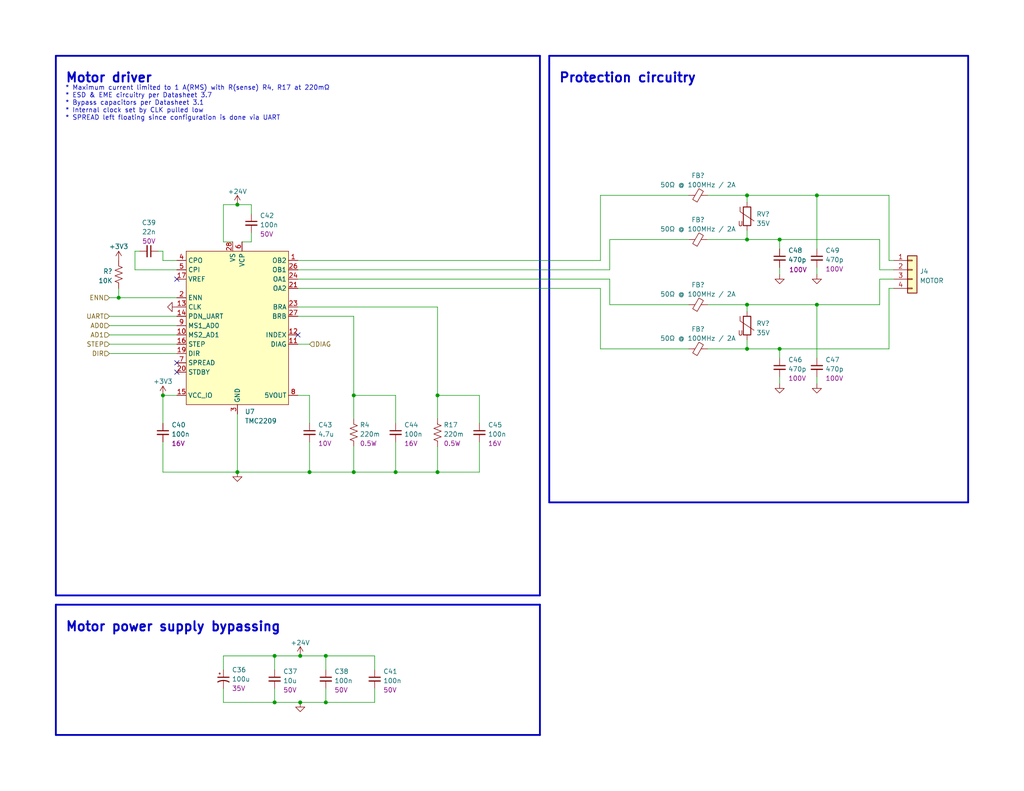
<source format=kicad_sch>
(kicad_sch (version 20211123) (generator eeschema)
  (paper "USLetter")
  (title_block (title "Candela Head") (date "2022-07-27") (rev "v1") (company "Winterbloom") (comment 1 "Alethea Flowers") (comment 2 "CERN-OHL-P V2"))
  (lib_symbols
    (symbol "Connector_Generic:Conn_01x04" (pin_names (offset 1.016) hide)
      (property "Reference" "J" (at 0 5.08 0))
      (property "Value" "Conn_01x04" (at 0 -7.62 0))
      (symbol "Conn_01x04_1_1"
        (rectangle (start -1.27 -4.953) (end 0 -5.207) (stroke (width 0.1524)))
        (rectangle (start -1.27 -2.413) (end 0 -2.667) (stroke (width 0.1524)))
        (rectangle (start -1.27 0.127) (end 0 -0.127) (stroke (width 0.1524)))
        (rectangle (start -1.27 2.667) (end 0 2.413) (stroke (width 0.1524)))
        (rectangle (start -1.27 3.81) (end 1.27 -6.35) (stroke (width 0.254)) (fill (type background)))
        (pin passive line (at -5.08 2.54 0) (length 3.81) (name "Pin_1") (number "1"))
        (pin passive line (at -5.08 0 0) (length 3.81) (name "Pin_2") (number "2"))
        (pin passive line (at -5.08 -2.54 0) (length 3.81) (name "Pin_3") (number "3"))
        (pin passive line (at -5.08 -5.08 0) (length 3.81) (name "Pin_4") (number "4"))
      )
    )
    (symbol "Device:C_Polarized_Small_US" (pin_numbers hide) (pin_names (offset 0.254) hide)
      (property "Reference" "C" (at 0.254 1.778 0))
      (property "Value" "C_Polarized_Small_US" (at 0.254 -2.032 0))
      (symbol "C_Polarized_Small_US_0_1"
        (polyline (pts (xy -1.524 0.508) (xy 1.524 0.508)) (stroke (width 0.3048)))
        (polyline (pts (xy -1.27 1.524) (xy -0.762 1.524)))
        (polyline (pts (xy -1.016 1.27) (xy -1.016 1.778)))
        (arc (start 1.524 -0.762) (mid 0 -0.3734) (end -1.524 -0.762) (stroke (width 0.3048)))
      )
      (symbol "C_Polarized_Small_US_1_1"
        (pin passive line (at 0 2.54 270) (length 2.032) (name "~") (number "1"))
        (pin passive line (at 0 -2.54 90) (length 2.032) (name "~") (number "2"))
      )
    )
    (symbol "Device:C_Small" (pin_numbers hide) (pin_names (offset 0.254) hide)
      (property "Reference" "C" (at 0.254 1.778 0))
      (property "Value" "C_Small" (at 0.254 -2.032 0))
      (symbol "C_Small_0_1"
        (polyline (pts (xy -1.524 -0.508) (xy 1.524 -0.508)) (stroke (width 0.3302)))
        (polyline (pts (xy -1.524 0.508) (xy 1.524 0.508)) (stroke (width 0.3048)))
      )
      (symbol "C_Small_1_1"
        (pin passive line (at 0 2.54 270) (length 2.032) (name "~") (number "1"))
        (pin passive line (at 0 -2.54 90) (length 2.032) (name "~") (number "2"))
      )
    )
    (symbol "Device:FerriteBead_Small" (pin_numbers hide) (pin_names (offset 0))
      (property "Reference" "FB" (at 1.905 1.27 0))
      (property "Value" "FerriteBead_Small" (at 1.905 -1.27 0))
      (symbol "FerriteBead_Small_0_1"
        (polyline (pts (xy 0 -1.27) (xy 0 -0.7874)))
        (polyline (pts (xy 0 0.889) (xy 0 1.2954)))
        (polyline (pts (xy -1.8288 0.2794) (xy -1.1176 1.4986) (xy 1.8288 -0.2032) (xy 1.1176 -1.4224) (xy -1.8288 0.2794)))
      )
      (symbol "FerriteBead_Small_1_1"
        (pin passive line (at 0 2.54 270) (length 1.27) (name "~") (number "1"))
        (pin passive line (at 0 -2.54 90) (length 1.27) (name "~") (number "2"))
      )
    )
    (symbol "Device:R_US" (pin_numbers hide) (pin_names (offset 0))
      (property "Reference" "R" (at 2.54 0 90))
      (property "Value" "R_US" (at -2.54 0 90))
      (symbol "R_US_0_1"
        (polyline (pts (xy 0 -2.286) (xy 0 -2.54)))
        (polyline (pts (xy 0 2.286) (xy 0 2.54)))
        (polyline (pts (xy 0 -0.762) (xy 1.016 -1.143) (xy 0 -1.524) (xy -1.016 -1.905) (xy 0 -2.286)))
        (polyline (pts (xy 0 0.762) (xy 1.016 0.381) (xy 0 0) (xy -1.016 -0.381) (xy 0 -0.762)))
        (polyline (pts (xy 0 2.286) (xy 1.016 1.905) (xy 0 1.524) (xy -1.016 1.143) (xy 0 0.762)))
      )
      (symbol "R_US_1_1"
        (pin passive line (at 0 3.81 270) (length 1.27) (name "~") (number "1"))
        (pin passive line (at 0 -3.81 90) (length 1.27) (name "~") (number "2"))
      )
    )
    (symbol "Device:Varistor" (pin_numbers hide) (pin_names (offset 0))
      (property "Reference" "RV" (at 3.175 0 90))
      (property "Value" "Varistor" (at -3.175 0 90))
      (symbol "Varistor_0_0"
        (text "U" (at -1.778 -2.032 0) (effects (font (size 1.27 1.27))))
      )
      (symbol "Varistor_0_1"
        (rectangle (start -1.016 -2.54) (end 1.016 2.54) (stroke (width 0.254)))
        (polyline (pts (xy -1.905 2.54) (xy -1.905 1.27) (xy 1.905 -1.27)))
      )
      (symbol "Varistor_1_1"
        (pin passive line (at 0 3.81 270) (length 1.27) (name "~") (number "1"))
        (pin passive line (at 0 -3.81 90) (length 1.27) (name "~") (number "2"))
      )
    )
    (symbol "TMC2209_1"
      (property "Reference" "U8" (at 2.0194 -22.86 0))
      (property "Value" "TMC2209" (at 2.0194 -25.4 0))
      (symbol "TMC2209_1_0_0"
        (pin output line (at 16.51 19.05 180) (length 2.54) (name "OB2") (number "1"))
        (pin input line (at -16.51 -1.27 0) (length 2.54) (name "MS2_AD1") (number "10"))
        (pin output line (at 16.51 -3.81 180) (length 2.54) (name "DIAG") (number "11"))
        (pin output line (at 16.51 -1.27 180) (length 2.54) (name "INDEX") (number "12"))
        (pin input line (at -16.51 6.35 0) (length 2.54) (name "CLK") (number "13"))
        (pin bidirectional line (at -16.51 3.81 0) (length 2.54) (name "PDN_UART") (number "14"))
        (pin power_in line (at -16.51 -17.78 0) (length 2.54) (name "VCC_IO") (number "15"))
        (pin input line (at -16.51 -3.81 0) (length 2.54) (name "STEP") (number "16"))
        (pin input line (at -16.51 13.97 0) (length 2.54) (name "VREF") (number "17"))
        (pin power_in line (at 0 -22.86 90) (length 2.54) hide (name "GND") (number "18"))
        (pin input line (at -16.51 -6.35 0) (length 2.54) (name "DIR") (number "19"))
        (pin input line (at -16.51 8.89 0) (length 2.54) (name "ENN") (number "2"))
        (pin input line (at -16.51 -11.43 0) (length 2.54) (name "STDBY") (number "20"))
        (pin output line (at 16.51 11.43 180) (length 2.54) (name "OA2") (number "21"))
        (pin power_in line (at -1.27 24.13 270) (length 2.54) hide (name "VS") (number "22"))
        (pin passive line (at 16.51 6.35 180) (length 2.54) (name "BRA") (number "23"))
        (pin output line (at 16.51 13.97 180) (length 2.54) (name "OA1") (number "24"))
        (pin power_in line (at 0 -22.86 90) (length 2.54) hide (name "GND") (number "25"))
        (pin output line (at 16.51 16.51 180) (length 2.54) (name "OB1") (number "26"))
        (pin passive line (at 16.51 3.81 180) (length 2.54) (name "BRB") (number "27"))
        (pin power_in line (at -1.27 24.13 270) (length 2.54) (name "VS") (number "28"))
        (pin power_in line (at 0 -22.86 90) (length 2.54) hide (name "PAD") (number "29"))
        (pin power_in line (at 0 -22.86 90) (length 2.54) (name "GND") (number "3"))
        (pin passive line (at -16.51 19.05 0) (length 2.54) (name "CPO") (number "4"))
        (pin passive line (at -16.51 16.51 0) (length 2.54) (name "CPI") (number "5"))
        (pin passive line (at 1.27 24.13 270) (length 2.54) (name "VCP") (number "6"))
        (pin passive line (at -16.51 -8.89 0) (length 2.54) (name "SPREAD") (number "7"))
        (pin power_out line (at 16.51 -17.78 180) (length 2.54) (name "5VOUT") (number "8"))
        (pin input line (at -16.51 1.27 0) (length 2.54) (name "MS1_AD0") (number "9"))
      )
      (symbol "TMC2209_1_0_1"
        (rectangle (start -13.97 21.59) (end 13.97 -20.32) (fill (type background)))
      )
    )
    (symbol "power:+3V3" (power) (pin_names (offset 0))
      (property "Value" "+3V3" (at 0 3.556 0))
      (symbol "+3V3_0_1"
        (polyline (pts (xy -0.762 1.27) (xy 0 2.54)))
        (polyline (pts (xy 0 0) (xy 0 2.54)))
        (polyline (pts (xy 0 2.54) (xy 0.762 1.27)))
      )
      (symbol "+3V3_1_1"
        (pin power_in line (at 0 0 90) (length 0) hide (name "+3V3") (number "1"))
      )
    )
    (symbol "power:GND" (power) (pin_names (offset 0))
      (property "Value" "GND" (at 0 -3.81 0))
      (symbol "GND_0_1"
        (polyline (pts (xy 0 0) (xy 0 -1.27) (xy 1.27 -1.27) (xy 0 -2.54) (xy -1.27 -1.27) (xy 0 -1.27)))
      )
      (symbol "GND_1_1"
        (pin power_in line (at 0 0 270) (length 0) hide (name "GND") (number "1"))
      )
    )
    (symbol "winterbloom:+24VM" (power) (pin_names (offset 0))
      (property "Value" "+24VM" (at 0 3.5758 0))
      (symbol "+24VM_0_1"
        (polyline (pts (xy -0.762 1.27) (xy 0 2.54)))
        (polyline (pts (xy 0 0) (xy 0 2.54)))
        (polyline (pts (xy 0 2.54) (xy 0.762 1.27)))
      )
      (symbol "+24VM_1_1"
        (pin power_in line (at 0 0 90) (length 0) hide (name "+24V") (number "1"))
      )
    )
  )
  (junction (at 212.725 95.25))
  (junction (at 203.835 65.405))
  (junction (at 81.915 191.77))
  (junction (at 81.915 179.07))
  (junction (at 203.835 53.34))
  (junction (at 84.455 128.905))
  (junction (at 222.885 83.185))
  (junction (at 44.45 107.95))
  (junction (at 203.835 95.25))
  (junction (at 212.725 65.405))
  (junction (at 64.77 55.88))
  (junction (at 96.52 107.95))
  (junction (at 107.95 128.905))
  (junction (at 32.385 81.28))
  (junction (at 88.9 191.77))
  (junction (at 119.38 107.95))
  (junction (at 203.835 83.185))
  (junction (at 74.93 191.77))
  (junction (at 74.93 179.07))
  (junction (at 96.52 128.905))
  (junction (at 88.9 179.07))
  (junction (at 222.885 53.34))
  (junction (at 119.38 128.905))
  (junction (at 64.77 128.905))
  (no_connect (at 48.26 76.2))
  (no_connect (at 81.28 91.44))
  (no_connect (at 48.26 99.06))
  (no_connect (at 48.26 101.6))
  (wire (pts (xy 74.93 179.07) (xy 81.915 179.07)))
  (wire (pts (xy 44.45 115.57) (xy 44.45 107.95)))
  (wire (pts (xy 74.93 187.96) (xy 74.93 191.77)))
  (wire (pts (xy 242.57 71.12) (xy 242.57 53.34)))
  (wire (pts (xy 88.9 187.96) (xy 88.9 191.77)))
  (wire (pts (xy 81.28 86.36) (xy 96.52 86.36)))
  (wire (pts (xy 166.37 65.405) (xy 166.37 73.66)))
  (wire (pts (xy 166.37 83.185) (xy 166.37 76.2)))
  (polyline (pts (xy 15.24 165.1) (xy 147.32 165.1)) (stroke (width 0.5) (type solid)))
  (wire (pts (xy 107.95 128.905) (xy 96.52 128.905)))
  (polyline (pts (xy 147.32 200.66) (xy 15.24 200.66)) (stroke (width 0.5) (type solid)))
  (wire (pts (xy 96.52 107.95) (xy 107.95 107.95)))
  (wire (pts (xy 81.28 83.82) (xy 119.38 83.82)))
  (wire (pts (xy 187.96 53.34) (xy 163.83 53.34)))
  (polyline (pts (xy 147.32 165.1) (xy 147.32 200.66)) (stroke (width 0.5) (type solid)))
  (wire (pts (xy 243.84 78.74) (xy 242.57 78.74)))
  (wire (pts (xy 240.03 76.2) (xy 243.84 76.2)))
  (wire (pts (xy 203.835 53.34) (xy 203.835 55.245)))
  (wire (pts (xy 119.38 128.905) (xy 130.81 128.905)))
  (wire (pts (xy 29.845 88.9) (xy 48.26 88.9)))
  (wire (pts (xy 193.04 95.25) (xy 203.835 95.25)))
  (polyline (pts (xy 264.16 137.16) (xy 149.86 137.16)) (stroke (width 0.5) (type solid)))
  (wire (pts (xy 60.96 187.96) (xy 60.96 191.77)))
  (wire (pts (xy 119.38 128.905) (xy 107.95 128.905)))
  (wire (pts (xy 240.03 83.185) (xy 240.03 76.2)))
  (wire (pts (xy 84.455 128.905) (xy 96.52 128.905)))
  (wire (pts (xy 119.38 107.95) (xy 119.38 114.3)))
  (wire (pts (xy 119.38 107.95) (xy 130.81 107.95)))
  (wire (pts (xy 203.835 83.185) (xy 222.885 83.185)))
  (wire (pts (xy 60.96 55.88) (xy 60.96 66.04)))
  (wire (pts (xy 36.83 68.58) (xy 36.83 73.66)))
  (polyline (pts (xy 147.32 162.56) (xy 15.24 162.56)) (stroke (width 0.5) (type solid)))
  (wire (pts (xy 60.96 191.77) (xy 74.93 191.77)))
  (wire (pts (xy 187.96 65.405) (xy 166.37 65.405)))
  (wire (pts (xy 193.04 53.34) (xy 203.835 53.34)))
  (wire (pts (xy 240.03 65.405) (xy 240.03 73.66)))
  (wire (pts (xy 222.885 104.775) (xy 222.885 102.87)))
  (wire (pts (xy 32.385 81.28) (xy 48.26 81.28)))
  (wire (pts (xy 81.28 71.12) (xy 163.83 71.12)))
  (wire (pts (xy 222.885 74.93) (xy 222.885 73.025)))
  (wire (pts (xy 96.52 107.95) (xy 96.52 114.3)))
  (wire (pts (xy 107.95 107.95) (xy 107.95 115.57)))
  (polyline (pts (xy 149.86 15.24) (xy 149.86 137.16)) (stroke (width 0.5) (type solid)))
  (wire (pts (xy 81.28 76.2) (xy 166.37 76.2)))
  (wire (pts (xy 187.96 83.185) (xy 166.37 83.185)))
  (polyline (pts (xy 149.86 15.24) (xy 264.16 15.24)) (stroke (width 0.5) (type solid)))
  (wire (pts (xy 68.58 55.88) (xy 64.77 55.88)))
  (wire (pts (xy 84.455 120.65) (xy 84.455 128.905)))
  (wire (pts (xy 193.04 83.185) (xy 203.835 83.185)))
  (wire (pts (xy 36.83 73.66) (xy 48.26 73.66)))
  (wire (pts (xy 130.81 107.95) (xy 130.81 115.57)))
  (polyline (pts (xy 147.32 15.24) (xy 147.32 162.56)) (stroke (width 0.5) (type solid)))
  (wire (pts (xy 60.96 179.07) (xy 74.93 179.07)))
  (wire (pts (xy 222.885 53.34) (xy 242.57 53.34)))
  (wire (pts (xy 29.845 86.36) (xy 48.26 86.36)))
  (wire (pts (xy 96.52 121.92) (xy 96.52 128.905)))
  (wire (pts (xy 203.835 92.71) (xy 203.835 95.25)))
  (wire (pts (xy 81.915 179.07) (xy 88.9 179.07)))
  (wire (pts (xy 102.235 191.77) (xy 102.235 187.96)))
  (wire (pts (xy 203.835 83.185) (xy 203.835 85.09)))
  (wire (pts (xy 187.96 95.25) (xy 163.83 95.25)))
  (wire (pts (xy 64.77 55.88) (xy 60.96 55.88)))
  (wire (pts (xy 29.845 81.28) (xy 32.385 81.28)))
  (wire (pts (xy 48.26 71.12) (xy 44.45 71.12)))
  (wire (pts (xy 96.52 86.36) (xy 96.52 107.95)))
  (wire (pts (xy 84.455 107.95) (xy 84.455 115.57)))
  (wire (pts (xy 29.845 96.52) (xy 48.26 96.52)))
  (wire (pts (xy 84.455 107.95) (xy 81.28 107.95)))
  (wire (pts (xy 203.835 95.25) (xy 212.725 95.25)))
  (wire (pts (xy 212.725 95.25) (xy 212.725 97.79)))
  (wire (pts (xy 74.93 191.77) (xy 81.915 191.77)))
  (wire (pts (xy 193.04 65.405) (xy 203.835 65.405)))
  (wire (pts (xy 242.57 78.74) (xy 242.57 95.25)))
  (wire (pts (xy 163.83 53.34) (xy 163.83 71.12)))
  (wire (pts (xy 60.96 66.04) (xy 63.5 66.04)))
  (wire (pts (xy 212.725 74.93) (xy 212.725 73.025)))
  (wire (pts (xy 240.03 73.66) (xy 243.84 73.66)))
  (polyline (pts (xy 15.24 165.1) (xy 15.24 200.66)) (stroke (width 0.5) (type solid)))
  (wire (pts (xy 212.725 65.405) (xy 240.03 65.405)))
  (wire (pts (xy 44.45 71.12) (xy 44.45 68.58)))
  (wire (pts (xy 107.95 120.65) (xy 107.95 128.905)))
  (wire (pts (xy 64.77 128.905) (xy 44.45 128.905)))
  (wire (pts (xy 74.93 179.07) (xy 74.93 182.88)))
  (wire (pts (xy 38.1 68.58) (xy 36.83 68.58)))
  (wire (pts (xy 68.58 55.88) (xy 68.58 58.42)))
  (wire (pts (xy 44.45 107.95) (xy 48.26 107.95)))
  (wire (pts (xy 44.45 128.905) (xy 44.45 120.65)))
  (wire (pts (xy 222.885 83.185) (xy 240.03 83.185)))
  (wire (pts (xy 32.385 78.74) (xy 32.385 81.28)))
  (wire (pts (xy 222.885 67.945) (xy 222.885 53.34)))
  (wire (pts (xy 212.725 65.405) (xy 212.725 67.945)))
  (wire (pts (xy 64.77 113.03) (xy 64.77 128.905)))
  (wire (pts (xy 88.9 191.77) (xy 102.235 191.77)))
  (wire (pts (xy 81.28 78.74) (xy 163.83 78.74)))
  (polyline (pts (xy 15.24 15.24) (xy 15.24 162.56)) (stroke (width 0.5) (type solid)))
  (wire (pts (xy 84.455 128.905) (xy 64.77 128.905)))
  (wire (pts (xy 222.885 83.185) (xy 222.885 97.79)))
  (wire (pts (xy 81.28 93.98) (xy 84.455 93.98)))
  (wire (pts (xy 212.725 104.775) (xy 212.725 102.87)))
  (wire (pts (xy 203.835 53.34) (xy 222.885 53.34)))
  (wire (pts (xy 163.83 95.25) (xy 163.83 78.74)))
  (wire (pts (xy 29.845 91.44) (xy 48.26 91.44)))
  (wire (pts (xy 88.9 179.07) (xy 102.235 179.07)))
  (wire (pts (xy 203.835 65.405) (xy 212.725 65.405)))
  (wire (pts (xy 44.45 68.58) (xy 43.18 68.58)))
  (wire (pts (xy 81.915 191.77) (xy 88.9 191.77)))
  (wire (pts (xy 119.38 83.82) (xy 119.38 107.95)))
  (wire (pts (xy 68.58 63.5) (xy 68.58 66.04)))
  (wire (pts (xy 81.28 73.66) (xy 166.37 73.66)))
  (wire (pts (xy 88.9 179.07) (xy 88.9 182.88)))
  (wire (pts (xy 29.845 93.98) (xy 48.26 93.98)))
  (wire (pts (xy 68.58 66.04) (xy 66.04 66.04)))
  (wire (pts (xy 119.38 121.92) (xy 119.38 128.905)))
  (polyline (pts (xy 264.16 15.24) (xy 264.16 137.16)) (stroke (width 0.5) (type solid)))
  (wire (pts (xy 243.84 71.12) (xy 242.57 71.12)))
  (wire (pts (xy 130.81 128.905) (xy 130.81 120.65)))
  (wire (pts (xy 102.235 179.07) (xy 102.235 182.88)))
  (wire (pts (xy 60.96 179.07) (xy 60.96 182.88)))
  (wire (pts (xy 203.835 62.865) (xy 203.835 65.405)))
  (wire (pts (xy 212.725 95.25) (xy 242.57 95.25)))
  (polyline (pts (xy 15.24 15.24) (xy 147.32 15.24)) (stroke (width 0.5) (type solid)))
  (text "Motor power supply bypassing" (at 17.78 172.72 0) (effects (font (size 2.54 2.54) (thickness 0.508) bold) (justify left bottom)))
  (text "* Maximum current limited to 1 A(RMS) with R(sense) R4, R17 at 220mΩ\n* ESD & EME circuitry per Datasheet 3.7\n* Bypass capacitors per Datasheet 3.1\n* Internal clock set by CLK pulled low\n* SPREAD left floating since configuration is done via UART" (at 17.78 33.02 0) (effects (font (size 1.27 1.27)) (justify left bottom)))
  (text "Protection circuitry" (at 152.4 22.86 0) (effects (font (size 2.54 2.54) (thickness 0.508) bold) (justify left bottom)))
  (text "Motor driver" (at 17.78 22.86 0) (effects (font (size 2.54 2.54) (thickness 0.508) bold) (justify left bottom)))
  (hierarchical_label "STEP" (shape input) (at 29.845 93.98 180))
  (hierarchical_label "UART" (shape input) (at 29.845 86.36 180))
  (hierarchical_label "DIR" (shape input) (at 29.845 96.52 180))
  (hierarchical_label "DIAG" (shape input) (at 84.455 93.98 0))
  (hierarchical_label "AD1" (shape input) (at 29.845 91.44 180))
  (hierarchical_label "AD0" (shape input) (at 29.845 88.9 180))
  (hierarchical_label "ENN" (shape input) (at 29.845 81.28 180))
  (symbol (lib_id "Device:R_US") (at 119.38 118.11 180) (unit 1)
    (property "Reference" "R17" (at 121.031 116.0069 0) (effects (justify right)))
    (property "Value" "220m" (at 121.031 118.5438 0) (effects (justify right)))
    (property "Footprint" "Resistor_SMD:R_1206_3216Metric_Pad1.30x1.75mm_HandSolder" (effects hide))
    (property "Rating" "0.5W" (at 121.031 121.0807 0) (effects (justify right)))
    (property "mpn" "RCS120622R0FKEA" (effects hide))
  )
  (symbol (lib_id "Device:Varistor") (at 203.835 88.9 0) (unit 1)
    (property "Reference" "RV?" (at 206.375 88.3185 0) (effects (justify left)))
    (property "Value" "35V" (at 206.375 90.8554 0) (effects (justify left)))
  )
  (symbol (lib_id "power:+3V3") (at 44.45 107.95 0) (unit 1)
    (property "Reference" "#PWR0108" (effects hide))
    (property "Value" "+3V3" (at 44.45 104.14 0))
  )
  (symbol (lib_id "power:GND") (at 48.26 83.82 270) (unit 1)
    (property "Reference" "#PWR011" (effects hide))
    (property "Value" "GND" (effects hide))
  )
  (symbol (lib_id "winterbloom:+24VM") (at 64.77 55.88 0) (unit 1)
    (property "Reference" "#PWR?" (effects hide))
    (property "Value" "+24VM" (at 64.77 52.3042 0))
  )
  (symbol (lib_id "Device:C_Small") (at 212.725 70.485 0) (unit 1)
    (property "Reference" "C48" (at 215.0491 68.3882 0) (effects (justify left)))
    (property "Value" "470p" (at 215.0491 70.9251 0) (effects (justify left)))
    (property "Footprint" "Capacitor_SMD:C_0603_1608Metric_Pad1.08x0.95mm_HandSolder" (effects hide))
    (property "Rating" "100V" (at 215.265 73.66 0) (effects (justify left)))
    (property "mpn" "885342006005" (effects hide))
  )
  (symbol (lib_id "Device:C_Small") (at 40.64 68.58 270) (unit 1)
    (property "Reference" "C39" (at 40.6336 60.7813 90))
    (property "Value" "22n" (at 40.6336 63.3182 90))
    (property "Footprint" "Capacitor_SMD:C_0603_1608Metric_Pad1.08x0.95mm_HandSolder" (effects hide))
    (property "Rating" "50V" (at 40.6336 65.8551 90))
    (property "mpn" "CL10B223KB8NNNC" (effects hide))
  )
  (symbol (lib_id "Device:C_Small") (at 74.93 185.42 0) (unit 1)
    (property "Reference" "C37" (at 77.2541 183.3232 0) (effects (justify left)))
    (property "Value" "10u" (at 77.2541 185.8601 0) (effects (justify left)))
    (property "Footprint" "Capacitor_SMD:C_1210_3225Metric_Pad1.33x2.70mm_HandSolder" (effects hide))
    (property "Rating" "50V" (at 77.2541 188.397 0) (effects (justify left)))
    (property "mpn" "CL32B106KBJNNNE" (effects hide))
  )
  (symbol (lib_id "Device:C_Small") (at 212.725 100.33 0) (unit 1)
    (property "Reference" "C46" (at 215.0491 98.2332 0) (effects (justify left)))
    (property "Value" "470p" (at 215.0491 100.7701 0) (effects (justify left)))
    (property "Footprint" "Capacitor_SMD:C_0603_1608Metric_Pad1.08x0.95mm_HandSolder" (effects hide))
    (property "Rating" "100V" (at 215.0491 103.307 0) (effects (justify left)))
    (property "mpn" "885342006005" (effects hide))
  )
  (symbol (lib_id "Device:FerriteBead_Small") (at 190.5 65.405 90) (unit 1)
    (property "Reference" "FB?" (at 190.4619 60.0034 90))
    (property "Value" "50Ω @ 100MHz / 2A" (at 190.4619 62.5403 90))
  )
  (symbol (lib_id "Device:C_Small") (at 84.455 118.11 0) (unit 1)
    (property "Reference" "C43" (at 86.7791 116.0132 0) (effects (justify left)))
    (property "Value" "4.7u" (at 86.7791 118.5501 0) (effects (justify left)))
    (property "Footprint" "Capacitor_SMD:C_0603_1608Metric_Pad1.08x0.95mm_HandSolder" (effects hide))
    (property "Rating" "10V" (at 86.7791 121.087 0) (effects (justify left)))
    (property "mpn" " CL10A475KP8NNNC" (effects hide))
  )
  (symbol (lib_id "Device:R_US") (at 96.52 118.11 180) (unit 1)
    (property "Reference" "R4" (at 98.171 116.0069 0) (effects (justify right)))
    (property "Value" "220m" (at 98.171 118.5438 0) (effects (justify right)))
    (property "Footprint" "Resistor_SMD:R_1206_3216Metric_Pad1.30x1.75mm_HandSolder" (effects hide))
    (property "Rating" "0.5W" (at 98.171 121.0807 0) (effects (justify right)))
    (property "mpn" "RCS120622R0FKEA" (effects hide))
  )
  (symbol (lib_id "power:GND") (at 212.725 104.775 0) (unit 1)
    (property "Reference" "#PWR?" (effects hide))
    (property "Value" "GND" (effects hide))
  )
  (symbol (lib_name "TMC2209_1") (lib_id "winterbloom:TMC2209") (at 64.77 90.17 0) (unit 1)
    (property "Reference" "U7" (at 66.7894 112.3934 0) (effects (justify left)))
    (property "Value" "TMC2209" (at 66.7894 114.9303 0) (effects (justify left)))
    (property "Footprint" "winterbloom:TMC2209-LA" (effects hide))
    (property "mpn" "TMC2209-LA" (effects hide))
  )
  (symbol (lib_id "power:GND") (at 222.885 74.93 0) (unit 1)
    (property "Reference" "#PWR?" (effects hide))
    (property "Value" "GND" (effects hide))
  )
  (symbol (lib_id "Device:FerriteBead_Small") (at 190.5 95.25 90) (unit 1)
    (property "Reference" "FB?" (at 190.4619 89.8484 90))
    (property "Value" "50Ω @ 100MHz / 2A" (at 190.4619 92.3853 90))
  )
  (symbol (lib_id "power:+3V3") (at 32.385 71.12 0) (unit 1)
    (property "Reference" "#PWR?" (effects hide))
    (property "Value" "+3V3" (at 32.385 67.31 0))
  )
  (symbol (lib_id "Device:C_Small") (at 107.95 118.11 0) (unit 1)
    (property "Reference" "C44" (at 110.2741 116.0132 0) (effects (justify left)))
    (property "Value" "100n" (at 110.2741 118.5501 0) (effects (justify left)))
    (property "Footprint" "Capacitor_SMD:C_0402_1005Metric_Pad0.74x0.62mm_HandSolder" (effects hide))
    (property "Rating" "16V" (at 110.2741 121.087 0) (effects (justify left)))
    (property "mpn" "CL05A104KA5NNNC" (effects hide))
  )
  (symbol (lib_id "power:GND") (at 222.885 104.775 0) (unit 1)
    (property "Reference" "#PWR?" (effects hide))
    (property "Value" "GND" (effects hide))
  )
  (symbol (lib_id "Device:FerriteBead_Small") (at 190.5 83.185 90) (unit 1)
    (property "Reference" "FB?" (at 190.4619 77.7834 90))
    (property "Value" "50Ω @ 100MHz / 2A" (at 190.4619 80.3203 90))
  )
  (symbol (lib_id "power:GND") (at 212.725 74.93 0) (unit 1)
    (property "Reference" "#PWR?" (effects hide))
    (property "Value" "GND" (effects hide))
  )
  (symbol (lib_id "Device:C_Small") (at 222.885 70.485 0) (unit 1)
    (property "Reference" "C49" (at 225.2091 68.3882 0) (effects (justify left)))
    (property "Value" "470p" (at 225.2091 70.9251 0) (effects (justify left)))
    (property "Footprint" "Capacitor_SMD:C_0603_1608Metric_Pad1.08x0.95mm_HandSolder" (effects hide))
    (property "Rating" "100V" (at 225.2091 73.462 0) (effects (justify left)))
    (property "mpn" "885342006005" (effects hide))
  )
  (symbol (lib_id "Device:R_US") (at 32.385 74.93 180) (unit 1)
    (property "Reference" "R?" (at 30.734 74.0953 0) (effects (justify left)))
    (property "Value" "10K" (at 30.734 76.6322 0) (effects (justify left)))
    (property "Footprint" "Resistor_SMD:R_0402_1005Metric_Pad0.72x0.64mm_HandSolder" (effects hide))
    (property "mpn" "RC0402JR-0710KL" (effects hide))
  )
  (symbol (lib_id "Connector_Generic:Conn_01x04") (at 248.92 73.66 0) (unit 1)
    (property "Reference" "J4" (at 250.952 74.0953 0) (effects (justify left)))
    (property "Value" "MOTOR" (at 250.952 76.6322 0) (effects (justify left)))
    (property "Footprint" "Connector_JST:JST_XH_B4B-XH-AM_1x04_P2.50mm_Vertical" (effects hide))
    (property "mpn" "B4B-XH-AM" (effects hide))
  )
  (symbol (lib_id "Device:FerriteBead_Small") (at 190.5 53.34 90) (unit 1)
    (property "Reference" "FB?" (at 190.4619 47.9384 90))
    (property "Value" "50Ω @ 100MHz / 2A" (at 190.4619 50.4753 90))
  )
  (symbol (lib_id "Device:Varistor") (at 203.835 59.055 0) (unit 1)
    (property "Reference" "RV?" (at 206.375 58.4735 0) (effects (justify left)))
    (property "Value" "35V" (at 206.375 61.0104 0) (effects (justify left)))
  )
  (symbol (lib_id "power:GND") (at 64.77 128.905 0) (unit 1)
    (property "Reference" "#PWR039" (effects hide))
    (property "Value" "GND" (effects hide))
  )
  (symbol (lib_id "Device:C_Small") (at 130.81 118.11 0) (unit 1)
    (property "Reference" "C45" (at 133.1341 116.0132 0) (effects (justify left)))
    (property "Value" "100n" (at 133.1341 118.5501 0) (effects (justify left)))
    (property "Footprint" "Capacitor_SMD:C_0402_1005Metric_Pad0.74x0.62mm_HandSolder" (effects hide))
    (property "Rating" "16V" (at 133.1341 121.087 0) (effects (justify left)))
    (property "mpn" "CL05A104KA5NNNC" (effects hide))
  )
  (symbol (lib_id "power:GND") (at 81.915 191.77 0) (unit 1)
    (property "Reference" "#PWR010" (effects hide))
    (property "Value" "GND" (effects hide))
  )
  (symbol (lib_id "Device:C_Polarized_Small_US") (at 60.96 185.42 0) (unit 1)
    (property "Reference" "C36" (at 63.2714 182.8851 0) (effects (justify left)))
    (property "Value" "100u" (at 63.2714 185.422 0) (effects (justify left)))
    (property "Footprint" "Capacitor_SMD:CP_Elec_6.3x7.7" (effects hide))
    (property "Rating" "35V" (at 63.2714 187.9589 0) (effects (justify left)))
    (property "mpn" "EEE-TQV101XAP" (effects hide))
  )
  (symbol (lib_id "winterbloom:+24VM") (at 81.915 179.07 0) (unit 1)
    (property "Reference" "#PWR?" (effects hide))
    (property "Value" "+24VM" (at 81.915 175.4942 0))
  )
  (symbol (lib_id "Device:C_Small") (at 102.235 185.42 0) (unit 1)
    (property "Reference" "C41" (at 104.5591 183.3232 0) (effects (justify left)))
    (property "Value" "100n" (at 104.5591 185.8601 0) (effects (justify left)))
    (property "Footprint" "Capacitor_SMD:C_0603_1608Metric_Pad1.08x0.95mm_HandSolder" (effects hide))
    (property "Rating" "50V" (at 104.5591 188.397 0) (effects (justify left)))
    (property "mpn" "CL10B104KB8NNWC" (effects hide))
  )
  (symbol (lib_id "Device:C_Small") (at 88.9 185.42 0) (unit 1)
    (property "Reference" "C38" (at 91.2241 183.3232 0) (effects (justify left)))
    (property "Value" "100n" (at 91.2241 185.8601 0) (effects (justify left)))
    (property "Footprint" "Capacitor_SMD:C_0603_1608Metric_Pad1.08x0.95mm_HandSolder" (effects hide))
    (property "Rating" "50V" (at 91.2241 188.397 0) (effects (justify left)))
    (property "mpn" "CL10B104KB8NNWC" (effects hide))
  )
  (symbol (lib_id "Device:C_Small") (at 68.58 60.96 0) (unit 1)
    (property "Reference" "C42" (at 70.9041 58.8632 0) (effects (justify left)))
    (property "Value" "100n" (at 70.9041 61.4001 0) (effects (justify left)))
    (property "Footprint" "Capacitor_SMD:C_0603_1608Metric_Pad1.08x0.95mm_HandSolder" (effects hide))
    (property "Rating" "50V" (at 70.9041 63.937 0) (effects (justify left)))
    (property "mpn" "CL10B104KB8NNWC" (effects hide))
  )
  (symbol (lib_id "Device:C_Small") (at 222.885 100.33 0) (unit 1)
    (property "Reference" "C47" (at 225.2091 98.2332 0) (effects (justify left)))
    (property "Value" "470p" (at 225.2091 100.7701 0) (effects (justify left)))
    (property "Footprint" "Capacitor_SMD:C_0603_1608Metric_Pad1.08x0.95mm_HandSolder" (effects hide))
    (property "Rating" "100V" (at 225.2091 103.307 0) (effects (justify left)))
    (property "mpn" "885342006005" (effects hide))
  )
  (symbol (lib_id "Device:C_Small") (at 44.45 118.11 0) (unit 1)
    (property "Reference" "C40" (at 46.7741 116.0132 0) (effects (justify left)))
    (property "Value" "100n" (at 46.7741 118.5501 0) (effects (justify left)))
    (property "Footprint" "Capacitor_SMD:C_0402_1005Metric_Pad0.74x0.62mm_HandSolder" (effects hide))
    (property "Rating" "16V" (at 46.7741 121.087 0) (effects (justify left)))
    (property "mpn" "CL05A104KA5NNNC" (effects hide))
  )
)
</source>
